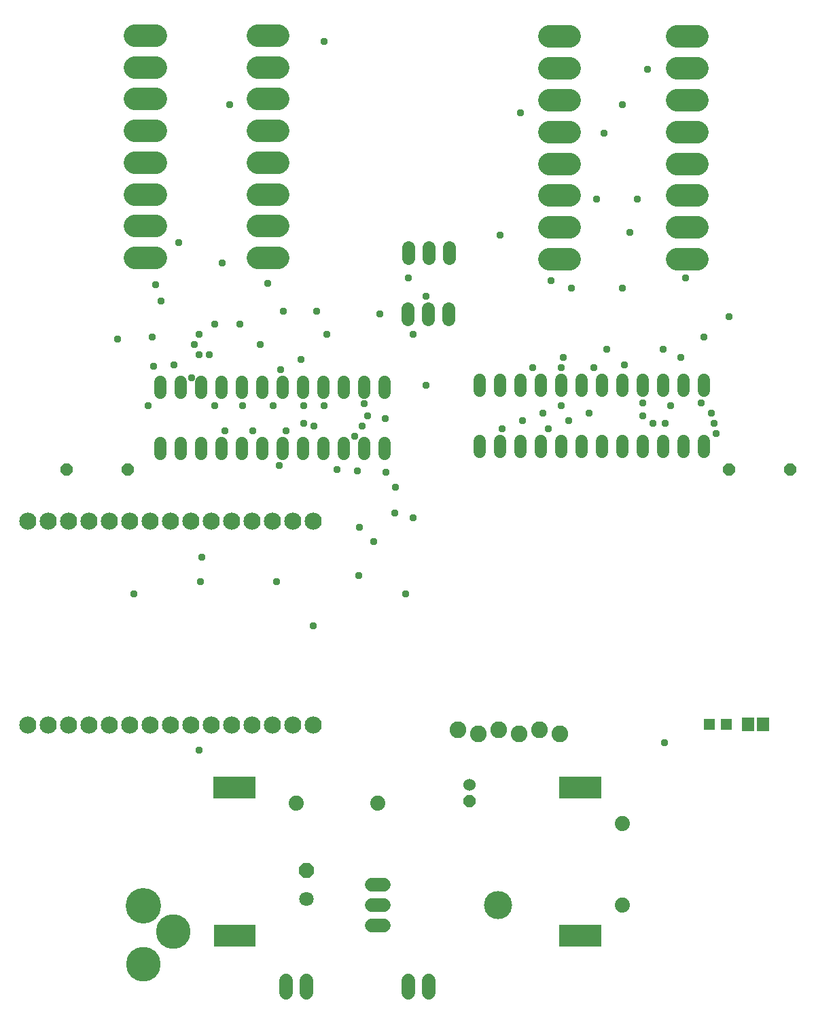
<source format=gbr>
G04 EAGLE Gerber RS-274X export*
G75*
%MOMM*%
%FSLAX34Y34*%
%LPD*%
%INSoldermask Top*%
%IPPOS*%
%AMOC8*
5,1,8,0,0,1.08239X$1,22.5*%
G01*
%ADD10P,1.951982X8X112.500000*%
%ADD11C,1.803400*%
%ADD12P,1.649562X8X292.500000*%
%ADD13C,1.524000*%
%ADD14C,1.879600*%
%ADD15C,1.524000*%
%ADD16C,4.419200*%
%ADD17C,4.318000*%
%ADD18C,1.727200*%
%ADD19C,1.625600*%
%ADD20R,1.403200X1.403200*%
%ADD21P,1.649562X8X202.500000*%
%ADD22P,1.649562X8X22.500000*%
%ADD23R,1.503200X1.703200*%
%ADD24C,3.505200*%
%ADD25C,2.133600*%
%ADD26C,2.753200*%
%ADD27R,2.743200X2.743200*%
%ADD28C,2.082800*%
%ADD29C,0.959600*%


D10*
X850900Y-1299845D03*
D11*
X850900Y-1335405D03*
D12*
X1054100Y-1213485D03*
D13*
X1054100Y-1193165D03*
D14*
X1244600Y-1343025D03*
X1244600Y-1241425D03*
X939800Y-1216025D03*
X838200Y-1216025D03*
D15*
X1346200Y-701929D02*
X1346200Y-688721D01*
X1320800Y-688721D02*
X1320800Y-701929D01*
X1295400Y-701929D02*
X1295400Y-688721D01*
X1270000Y-688721D02*
X1270000Y-701929D01*
X1244600Y-701929D02*
X1244600Y-688721D01*
X1219200Y-688721D02*
X1219200Y-701929D01*
X1193800Y-701929D02*
X1193800Y-688721D01*
X1168400Y-688721D02*
X1168400Y-701929D01*
X1143000Y-701929D02*
X1143000Y-688721D01*
X1117600Y-688721D02*
X1117600Y-701929D01*
X1092200Y-701929D02*
X1092200Y-688721D01*
X1066800Y-688721D02*
X1066800Y-701929D01*
X1066800Y-764921D02*
X1066800Y-778129D01*
X1092200Y-778129D02*
X1092200Y-764921D01*
X1117600Y-764921D02*
X1117600Y-778129D01*
X1143000Y-778129D02*
X1143000Y-764921D01*
X1168400Y-764921D02*
X1168400Y-778129D01*
X1193800Y-778129D02*
X1193800Y-764921D01*
X1219200Y-764921D02*
X1219200Y-778129D01*
X1244600Y-778129D02*
X1244600Y-764921D01*
X1270000Y-764921D02*
X1270000Y-778129D01*
X1295400Y-778129D02*
X1295400Y-764921D01*
X1320800Y-764921D02*
X1320800Y-778129D01*
X1346200Y-778129D02*
X1346200Y-764921D01*
X948500Y-704529D02*
X948500Y-691321D01*
X923100Y-691321D02*
X923100Y-704529D01*
X897700Y-704529D02*
X897700Y-691321D01*
X872300Y-691321D02*
X872300Y-704529D01*
X846900Y-704529D02*
X846900Y-691321D01*
X821500Y-691321D02*
X821500Y-704529D01*
X796100Y-704529D02*
X796100Y-691321D01*
X770700Y-691321D02*
X770700Y-704529D01*
X745300Y-704529D02*
X745300Y-691321D01*
X719900Y-691321D02*
X719900Y-704529D01*
X694500Y-704529D02*
X694500Y-691321D01*
X669100Y-691321D02*
X669100Y-704529D01*
X669100Y-767521D02*
X669100Y-780729D01*
X694500Y-780729D02*
X694500Y-767521D01*
X719900Y-767521D02*
X719900Y-780729D01*
X745300Y-780729D02*
X745300Y-767521D01*
X770700Y-767521D02*
X770700Y-780729D01*
X796100Y-780729D02*
X796100Y-767521D01*
X821500Y-767521D02*
X821500Y-780729D01*
X846900Y-780729D02*
X846900Y-767521D01*
X872300Y-767521D02*
X872300Y-780729D01*
X897700Y-780729D02*
X897700Y-767521D01*
X923100Y-767521D02*
X923100Y-780729D01*
X948500Y-780729D02*
X948500Y-767521D01*
D16*
X647700Y-1343947D03*
D17*
X647954Y-1417155D03*
X685316Y-1375725D03*
D18*
X850900Y-1437005D02*
X850900Y-1452245D01*
X825500Y-1452245D02*
X825500Y-1437005D01*
X1003300Y-1437005D02*
X1003300Y-1452245D01*
X977900Y-1452245D02*
X977900Y-1437005D01*
D19*
X1028600Y-613537D02*
X1028600Y-599313D01*
X1003200Y-599313D02*
X1003200Y-613537D01*
X977800Y-613537D02*
X977800Y-599313D01*
X1028700Y-537337D02*
X1028700Y-523113D01*
X1003300Y-523113D02*
X1003300Y-537337D01*
X977900Y-537337D02*
X977900Y-523113D01*
D20*
X1374709Y-1117473D03*
X1353709Y-1117473D03*
D21*
X1454150Y-800100D03*
X1377950Y-800100D03*
D22*
X552450Y-800100D03*
X628650Y-800100D03*
D23*
X1420622Y-1118083D03*
X1401622Y-1118083D03*
D18*
X947420Y-1368425D02*
X932180Y-1368425D01*
X932180Y-1343025D02*
X947420Y-1343025D01*
X947420Y-1317625D02*
X932180Y-1317625D01*
D24*
X1089660Y-1343025D03*
D25*
X859890Y-864725D03*
X834490Y-864725D03*
X809090Y-864725D03*
X783690Y-864725D03*
X758290Y-864725D03*
X732890Y-864725D03*
X707490Y-864725D03*
X682090Y-864725D03*
X656690Y-864725D03*
X631290Y-864725D03*
X605890Y-864725D03*
X580490Y-864725D03*
X555090Y-864725D03*
X529690Y-864725D03*
X504290Y-864725D03*
X859890Y-1118775D03*
X834490Y-1118775D03*
X809090Y-1118775D03*
X783690Y-1118775D03*
X758290Y-1118775D03*
X732890Y-1118775D03*
X707490Y-1118775D03*
X682090Y-1118775D03*
X656690Y-1118775D03*
X631290Y-1118775D03*
X605890Y-1118775D03*
X580490Y-1118775D03*
X555090Y-1118775D03*
X529690Y-1118775D03*
X504290Y-1118775D03*
D26*
X1153500Y-537775D02*
X1179000Y-537775D01*
X1179000Y-498175D02*
X1153500Y-498175D01*
X1153500Y-458575D02*
X1179000Y-458575D01*
X1179000Y-418975D02*
X1153500Y-418975D01*
X1153500Y-379375D02*
X1179000Y-379375D01*
X1179000Y-339775D02*
X1153500Y-339775D01*
X1153500Y-300175D02*
X1179000Y-300175D01*
X1179000Y-260575D02*
X1153500Y-260575D01*
X662950Y-536375D02*
X637450Y-536375D01*
X637450Y-496775D02*
X662950Y-496775D01*
X662950Y-457175D02*
X637450Y-457175D01*
X637450Y-417575D02*
X662950Y-417575D01*
X662950Y-377975D02*
X637450Y-377975D01*
X637450Y-338375D02*
X662950Y-338375D01*
X662950Y-298775D02*
X637450Y-298775D01*
X637450Y-259175D02*
X662950Y-259175D01*
X1312700Y-537775D02*
X1338200Y-537775D01*
X1338200Y-498175D02*
X1312700Y-498175D01*
X1312700Y-458575D02*
X1338200Y-458575D01*
X1338200Y-418975D02*
X1312700Y-418975D01*
X1312700Y-379375D02*
X1338200Y-379375D01*
X1338200Y-339775D02*
X1312700Y-339775D01*
X1312700Y-300175D02*
X1338200Y-300175D01*
X1338200Y-260575D02*
X1312700Y-260575D01*
X815650Y-536375D02*
X790150Y-536375D01*
X790150Y-496775D02*
X815650Y-496775D01*
X815650Y-457175D02*
X790150Y-457175D01*
X790150Y-417575D02*
X815650Y-417575D01*
X815650Y-377975D02*
X790150Y-377975D01*
X790150Y-338375D02*
X815650Y-338375D01*
X815650Y-298775D02*
X790150Y-298775D01*
X790150Y-259175D02*
X815650Y-259175D01*
D27*
X749300Y-1381125D03*
X1204800Y-1381125D03*
X1179500Y-1381125D03*
X774600Y-1381125D03*
X774600Y-1196625D03*
X749200Y-1196625D03*
X1205000Y-1196625D03*
X1179700Y-1196625D03*
D28*
X1167000Y-1129540D03*
X1141600Y-1124460D03*
X1116200Y-1129540D03*
X1090800Y-1124460D03*
X1065400Y-1129540D03*
X1040000Y-1124460D03*
D29*
X942975Y-606425D03*
X1346200Y-635000D03*
X984250Y-631825D03*
X962025Y-822325D03*
X961415Y-854812D03*
X977900Y-561975D03*
X935126Y-890219D03*
X984250Y-860425D03*
X736600Y-720725D03*
X825500Y-752475D03*
X817563Y-795338D03*
X847725Y-720725D03*
X873125Y-720725D03*
X950544Y-803631D03*
X803275Y-568325D03*
X663575Y-569913D03*
X658813Y-635000D03*
X708025Y-685800D03*
X660400Y-671513D03*
X927100Y-733425D03*
X911225Y-758825D03*
X847725Y-742950D03*
X949325Y-736600D03*
X1168400Y-720725D03*
X1304925Y-720725D03*
X1270000Y-717550D03*
X1362075Y-755650D03*
X1343025Y-717550D03*
X915010Y-802234D03*
X720725Y-909638D03*
X719138Y-939800D03*
X814388Y-939800D03*
X636588Y-955675D03*
X974725Y-955675D03*
X889000Y-800100D03*
X859890Y-995199D03*
X1377950Y-609600D03*
X1000125Y-695325D03*
X1317625Y-660400D03*
X1171575Y-660400D03*
X1092200Y-508000D03*
X1212850Y-463550D03*
X1222375Y-381000D03*
X1225550Y-650875D03*
X1295400Y-650875D03*
X1117600Y-355600D03*
X1168400Y-673100D03*
X1133475Y-673100D03*
X1095375Y-749300D03*
X1152525Y-749300D03*
X1155700Y-565150D03*
X1323975Y-561975D03*
X1146175Y-730250D03*
X1254125Y-504825D03*
X1247775Y-669925D03*
X1209675Y-673100D03*
X1203325Y-730250D03*
X1263650Y-463550D03*
X1270000Y-733425D03*
X1355725Y-730250D03*
X1120775Y-739775D03*
X1177925Y-739775D03*
X1181100Y-574675D03*
X1244600Y-574675D03*
X1244600Y-346075D03*
X1276350Y-301625D03*
X1282700Y-742950D03*
X1358900Y-742950D03*
X1298575Y-742950D03*
X923100Y-718375D03*
X654050Y-720725D03*
X692150Y-517525D03*
X819150Y-676275D03*
X685800Y-669925D03*
X793750Y-644525D03*
X711200Y-644525D03*
X717550Y-631825D03*
X876300Y-631825D03*
X717550Y-657225D03*
X615950Y-638175D03*
X730250Y-657225D03*
X844550Y-663575D03*
X768350Y-619125D03*
X736600Y-619125D03*
X746125Y-542925D03*
X784225Y-752475D03*
X749300Y-752475D03*
X860425Y-746125D03*
X920750Y-746125D03*
X755650Y-346075D03*
X771525Y-720725D03*
X809625Y-720725D03*
X822325Y-603250D03*
X863600Y-603250D03*
X669925Y-590550D03*
X1000125Y-584200D03*
X717550Y-1150239D03*
X1297432Y-1140485D03*
X873125Y-266700D03*
X917448Y-872338D03*
X916838Y-932078D03*
M02*

</source>
